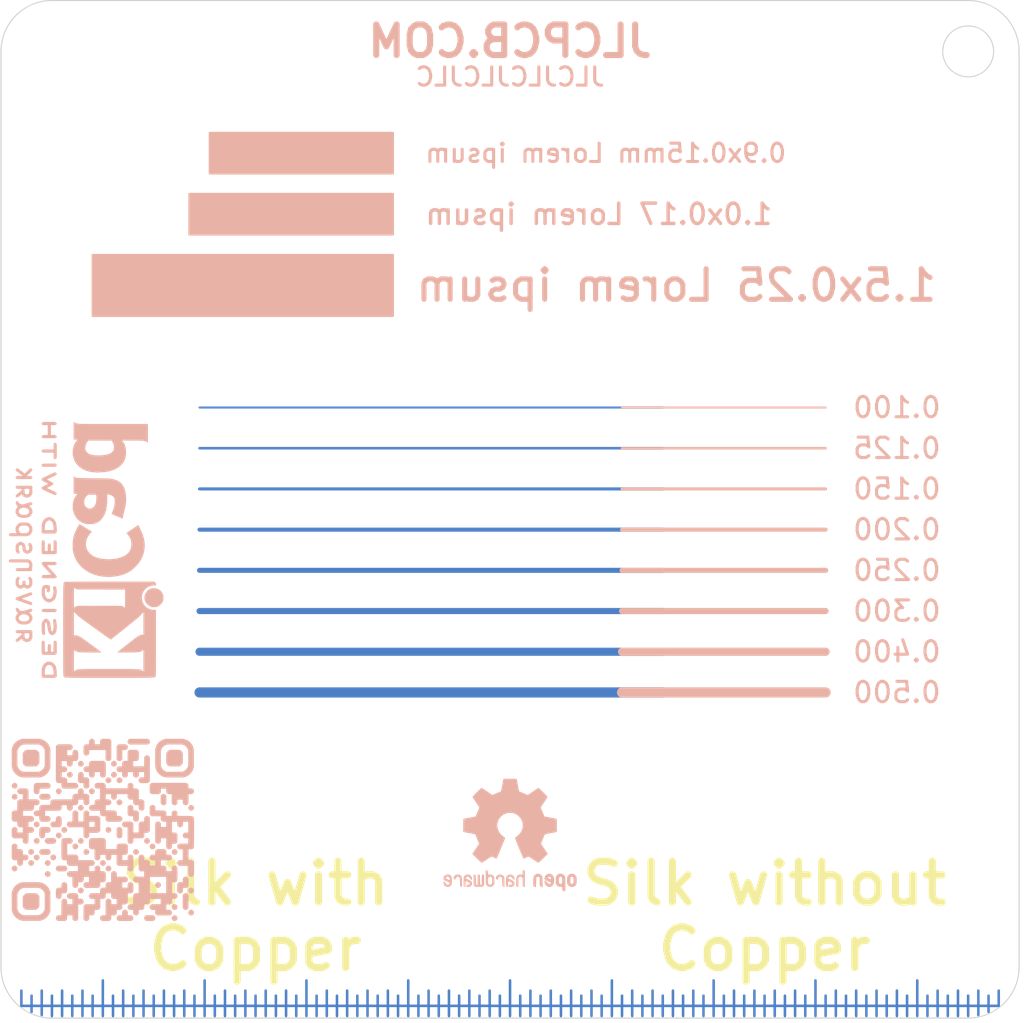
<source format=kicad_pcb>
(kicad_pcb (version 20171130) (host pcbnew "(5.1.10)-1")
  (layers (0 F.Cu signal) (31 B.Cu signal) (34 B.Paste user hide) (35 F.Paste user hide) (36 B.SilkS user) (37 F.SilkS user) (38 B.Mask user) (39 F.Mask user) (44 Edge.Cuts user))
  (net 0 "")
  (module Ravenspark:ColorTest_QR-Code (layer B.Cu) (at 55 90.75 270)
    (fp_text reference G*** hide)
    (fp_text value LOGO hide)
  )
  (module Ravenspark:Ruler_45 (layer B.Cu) (at 100 100 180)
    (fp_text reference REF** hide)
    (fp_text value Ruler_45)
    (fp_line (start 48 0.15) (end 48 1.35) (layer B.Cu) (width 0.125))
    (fp_line (start 49 0.6) (end 49 1.35) (layer B.Cu) (width 0.125))
    (fp_line (start 47 0.1) (end 47 1.35) (layer B.Cu) (width 0.125))
    (fp_line (start 47.5 0.1) (end 47.5 1.1) (layer B.Cu) (width 0.125))
    (fp_line (start 45.5 0.1) (end 45.5 1.1) (layer B.Cu) (width 0.125))
    (fp_line (start 46.5 0.1) (end 46.5 1.1) (layer B.Cu) (width 0.125))
    (fp_line (start 48.5 0.3) (end 48.5 1.1) (layer B.Cu) (width 0.125))
    (fp_line (start 46 0.1) (end 46 1.35) (layer B.Cu) (width 0.125))
    (fp_line (start 1 0.6) (end 49 0.6) (layer B.Cu) (width 0.125))
    (fp_line (start 45 0.1) (end 45 1.85) (layer B.Cu) (width 0.125))
    (fp_line (start 43 0.1) (end 43 1.35) (layer B.Cu) (width 0.125))
    (fp_line (start 42.5 0.1) (end 42.5 1.1) (layer B.Cu) (width 0.125))
    (fp_line (start 42 0.1) (end 42 1.35) (layer B.Cu) (width 0.125))
    (fp_line (start 41.5 0.1) (end 41.5 1.1) (layer B.Cu) (width 0.125))
    (fp_line (start 41 0.1) (end 41 1.35) (layer B.Cu) (width 0.125))
    (fp_line (start 40.5 0.1) (end 40.5 1.1) (layer B.Cu) (width 0.125))
    (fp_line (start 44.5 0.1) (end 44.5 1.1) (layer B.Cu) (width 0.125))
    (fp_line (start 44 0.1) (end 44 1.35) (layer B.Cu) (width 0.125))
    (fp_line (start 43.5 0.1) (end 43.5 1.1) (layer B.Cu) (width 0.125))
    (fp_line (start 39 0.1) (end 39 1.35) (layer B.Cu) (width 0.125))
    (fp_line (start 36 0.1) (end 36 1.35) (layer B.Cu) (width 0.125))
    (fp_line (start 37.5 0.1) (end 37.5 1.1) (layer B.Cu) (width 0.125))
    (fp_line (start 39.5 0.1) (end 39.5 1.1) (layer B.Cu) (width 0.125))
    (fp_line (start 36.5 0.1) (end 36.5 1.1) (layer B.Cu) (width 0.125))
    (fp_line (start 38.5 0.1) (end 38.5 1.1) (layer B.Cu) (width 0.125))
    (fp_line (start 35.5 0.1) (end 35.5 1.1) (layer B.Cu) (width 0.125))
    (fp_line (start 38 0.1) (end 38 1.35) (layer B.Cu) (width 0.125))
    (fp_line (start 37 0.1) (end 37 1.35) (layer B.Cu) (width 0.125))
    (fp_line (start 35 0.1) (end 35 1.85) (layer B.Cu) (width 0.125))
    (fp_line (start 40 0.1) (end 40 1.85) (layer B.Cu) (width 0.125))
    (fp_line (start 33 0.1) (end 33 1.35) (layer B.Cu) (width 0.125))
    (fp_line (start 32.5 0.1) (end 32.5 1.1) (layer B.Cu) (width 0.125))
    (fp_line (start 32 0.1) (end 32 1.35) (layer B.Cu) (width 0.125))
    (fp_line (start 31.5 0.1) (end 31.5 1.1) (layer B.Cu) (width 0.125))
    (fp_line (start 31 0.1) (end 31 1.35) (layer B.Cu) (width 0.125))
    (fp_line (start 30.5 0.1) (end 30.5 1.1) (layer B.Cu) (width 0.125))
    (fp_line (start 34.5 0.1) (end 34.5 1.1) (layer B.Cu) (width 0.125))
    (fp_line (start 34 0.1) (end 34 1.35) (layer B.Cu) (width 0.125))
    (fp_line (start 33.5 0.1) (end 33.5 1.1) (layer B.Cu) (width 0.125))
    (fp_line (start 29 0.1) (end 29 1.35) (layer B.Cu) (width 0.125))
    (fp_line (start 26 0.1) (end 26 1.35) (layer B.Cu) (width 0.125))
    (fp_line (start 27.5 0.1) (end 27.5 1.1) (layer B.Cu) (width 0.125))
    (fp_line (start 29.5 0.1) (end 29.5 1.1) (layer B.Cu) (width 0.125))
    (fp_line (start 26.5 0.1) (end 26.5 1.1) (layer B.Cu) (width 0.125))
    (fp_line (start 28.5 0.1) (end 28.5 1.1) (layer B.Cu) (width 0.125))
    (fp_line (start 25.5 0.1) (end 25.5 1.1) (layer B.Cu) (width 0.125))
    (fp_line (start 28 0.1) (end 28 1.35) (layer B.Cu) (width 0.125))
    (fp_line (start 27 0.1) (end 27 1.35) (layer B.Cu) (width 0.125))
    (fp_line (start 25 0.1) (end 25 1.85) (layer B.Cu) (width 0.125))
    (fp_line (start 30 0.1) (end 30 1.85) (layer B.Cu) (width 0.125))
    (fp_line (start 23 0.1) (end 23 1.35) (layer B.Cu) (width 0.125))
    (fp_line (start 22.5 0.1) (end 22.5 1.1) (layer B.Cu) (width 0.125))
    (fp_line (start 22 0.1) (end 22 1.35) (layer B.Cu) (width 0.125))
    (fp_line (start 21.5 0.1) (end 21.5 1.1) (layer B.Cu) (width 0.125))
    (fp_line (start 21 0.1) (end 21 1.35) (layer B.Cu) (width 0.125))
    (fp_line (start 20.5 0.1) (end 20.5 1.1) (layer B.Cu) (width 0.125))
    (fp_line (start 24.5 0.1) (end 24.5 1.1) (layer B.Cu) (width 0.125))
    (fp_line (start 24 0.1) (end 24 1.35) (layer B.Cu) (width 0.125))
    (fp_line (start 23.5 0.1) (end 23.5 1.1) (layer B.Cu) (width 0.125))
    (fp_line (start 19 0.1) (end 19 1.35) (layer B.Cu) (width 0.125))
    (fp_line (start 16 0.1) (end 16 1.35) (layer B.Cu) (width 0.125))
    (fp_line (start 17.5 0.1) (end 17.5 1.1) (layer B.Cu) (width 0.125))
    (fp_line (start 19.5 0.1) (end 19.5 1.1) (layer B.Cu) (width 0.125))
    (fp_line (start 16.5 0.1) (end 16.5 1.1) (layer B.Cu) (width 0.125))
    (fp_line (start 18.5 0.1) (end 18.5 1.1) (layer B.Cu) (width 0.125))
    (fp_line (start 15.5 0.1) (end 15.5 1.1) (layer B.Cu) (width 0.125))
    (fp_line (start 18 0.1) (end 18 1.35) (layer B.Cu) (width 0.125))
    (fp_line (start 17 0.1) (end 17 1.35) (layer B.Cu) (width 0.125))
    (fp_line (start 15 0.1) (end 15 1.85) (layer B.Cu) (width 0.125))
    (fp_line (start 20 0.1) (end 20 1.85) (layer B.Cu) (width 0.125))
    (fp_line (start 13 0.1) (end 13 1.35) (layer B.Cu) (width 0.125))
    (fp_line (start 12.5 0.1) (end 12.5 1.1) (layer B.Cu) (width 0.125))
    (fp_line (start 12 0.1) (end 12 1.35) (layer B.Cu) (width 0.125))
    (fp_line (start 11.5 0.1) (end 11.5 1.1) (layer B.Cu) (width 0.125))
    (fp_line (start 11 0.1) (end 11 1.35) (layer B.Cu) (width 0.125))
    (fp_line (start 10.5 0.1) (end 10.5 1.1) (layer B.Cu) (width 0.125))
    (fp_line (start 14.5 0.1) (end 14.5 1.1) (layer B.Cu) (width 0.125))
    (fp_line (start 14 0.1) (end 14 1.35) (layer B.Cu) (width 0.125))
    (fp_line (start 13.5 0.1) (end 13.5 1.1) (layer B.Cu) (width 0.125))
    (fp_line (start 10 0.1) (end 10 1.85) (layer B.Cu) (width 0.125))
    (fp_line (start 8 0.1) (end 8 1.35) (layer B.Cu) (width 0.125))
    (fp_line (start 7.5 0.1) (end 7.5 1.1) (layer B.Cu) (width 0.125))
    (fp_line (start 7 0.1) (end 7 1.35) (layer B.Cu) (width 0.125))
    (fp_line (start 6.5 0.1) (end 6.5 1.1) (layer B.Cu) (width 0.125))
    (fp_line (start 6 0.1) (end 6 1.35) (layer B.Cu) (width 0.125))
    (fp_line (start 5.5 0.1) (end 5.5 1.1) (layer B.Cu) (width 0.125))
    (fp_line (start 9.5 0.1) (end 9.5 1.1) (layer B.Cu) (width 0.125))
    (fp_line (start 9 0.1) (end 9 1.35) (layer B.Cu) (width 0.125))
    (fp_line (start 8.5 0.1) (end 8.5 1.1) (layer B.Cu) (width 0.125))
    (fp_line (start 5 0.1) (end 5 1.85) (layer B.Cu) (width 0.125))
    (fp_line (start 4.5 0.1) (end 4.5 1.1) (layer B.Cu) (width 0.125))
    (fp_line (start 4 0.1) (end 4 1.35) (layer B.Cu) (width 0.125))
    (fp_line (start 3.5 0.1) (end 3.5 1.1) (layer B.Cu) (width 0.125))
    (fp_line (start 3 0.1) (end 3 1.35) (layer B.Cu) (width 0.125))
    (fp_line (start 2.5 0.1) (end 2.5 1.1) (layer B.Cu) (width 0.125))
    (fp_line (start 2 0.15) (end 2 1.35) (layer B.Cu) (width 0.125))
    (fp_line (start 1.5 0.3) (end 1.5 1.1) (layer B.Cu) (width 0.125))
    (fp_line (start 1 0.6) (end 1 1.35) (layer B.Cu) (width 0.125))
  )
  (module Symbol:OSHW-Logo2_7.3x6mm_SilkScreen (layer B.Cu) (at 75 91 180)
    (fp_text reference REF** hide)
    (fp_text value OSHW-Logo2_7.3x6mm_SilkScreen hide)
  )
  (module Symbol:KiCad-Logo2_5mm_SilkScreen (layer B.Cu) (at 55 77 90)
    (fp_text reference REF** hide)
    (fp_text value KiCad-Logo2_5mm_SilkScreen hide)
  )
  (gr_text яαvεηsραяκ (at 51.25 77.25 -90) (layer B.SilkS) (effects (font (size 1 1)) (justify mirror)))
  (gr_text 0.100 (at 94 70) (layer B.SilkS) (effects (font (size 1 1)) (justify mirror)))
  (gr_line (start 80.5 70) (end 90.5 70) (layer B.SilkS) (width 0.1))
  (gr_line (start 59.75 70) (end 82.5 70) (layer B.Cu) (width 0.1))
  (gr_line (start 59.75 78) (end 82.5 78) (layer B.Cu) (width 0.25))
  (gr_line (start 59.75 72) (end 82.5 72) (layer B.Cu) (width 0.125))
  (gr_line (start 59.75 74) (end 82.5 74) (layer B.Cu) (width 0.15))
  (gr_line (start 59.75 76) (end 82.5 76) (layer B.Cu) (width 0.2))
  (gr_line (start 59.75 84) (end 82.5 84) (layer B.Cu) (width 0.5))
  (gr_line (start 59.75 80) (end 82.5 80) (layer B.Cu) (width 0.3))
  (gr_line (start 59.75 82) (end 82.5 82) (layer B.Cu) (width 0.4))
  (gr_text 0.500 (at 94 84) (layer B.SilkS) (effects (font (size 1 1)) (justify mirror)))
  (gr_text 0.400 (at 94 82) (layer B.SilkS) (effects (font (size 1 1)) (justify mirror)))
  (gr_text 0.300 (at 94 80) (layer B.SilkS) (effects (font (size 1 1)) (justify mirror)))
  (gr_text 0.250 (at 94 78) (layer B.SilkS) (effects (font (size 1 1)) (justify mirror)))
  (gr_text 0.200 (at 94 76) (layer B.SilkS) (effects (font (size 1 1)) (justify mirror)))
  (gr_text 0.150 (at 94 74) (layer B.SilkS) (effects (font (size 1 1)) (justify mirror)))
  (gr_text 0.125 (at 94 72) (layer B.SilkS) (effects (font (size 1 1)) (justify mirror)))
  (gr_line (start 80.5 84) (end 90.5 84) (layer B.SilkS) (width 0.5))
  (gr_line (start 80.5 82) (end 90.5 82) (layer B.SilkS) (width 0.4))
  (gr_line (start 80.5 80) (end 90.5 80) (layer B.SilkS) (width 0.3))
  (gr_line (start 80.5 78) (end 90.5 78) (layer B.SilkS) (width 0.25))
  (gr_line (start 80.5 76) (end 90.5 76) (layer B.SilkS) (width 0.2))
  (gr_line (start 80.5 74) (end 90.5 74) (layer B.SilkS) (width 0.15))
  (gr_line (start 80.5 72) (end 90.5 72) (layer B.SilkS) (width 0.125))
  (gr_poly (pts (xy 69.25 65.5) (xy 54.5 65.5) (xy 54.5 62.5) (xy 69.25 62.5)) (layer B.SilkS) (width 0.1))
  (gr_poly (pts (xy 69.25 61.5) (xy 59.25 61.5) (xy 59.25 59.5) (xy 69.25 59.5)) (layer B.SilkS) (width 0.1))
  (gr_poly (pts (xy 69.25 58.5) (xy 60.25 58.5) (xy 60.25 56.5) (xy 69.25 56.5)) (layer B.SilkS) (width 0.1))
  (gr_arc (start 97.5 97.5) (end 97.5 100) (angle -90) (layer Edge.Cuts) (width 0.05))
  (gr_arc (start 52.5 97.5) (end 50 97.5) (angle -90) (layer Edge.Cuts) (width 0.05))
  (gr_arc (start 52.5 52.5) (end 52.5 50) (angle -90) (layer Edge.Cuts) (width 0.05))
  (gr_arc (start 97.5 52.5) (end 100 52.5) (angle -90) (layer Edge.Cuts) (width 0.05))
  (gr_text JLCPCB.COM (at 75 52) (layer B.SilkS) (effects (font (size 1.5 1.5) (thickness 0.3)) (justify mirror)))
  (gr_text "1.5x0.25 Lorem ipsum" (at 70.25 64) (layer B.SilkS) (effects (font (size 1.5 1.5) (thickness 0.25)) (justify right mirror)))
  (gr_text "1.0x0.17 Lorem ipsum" (at 70.75 60.5) (layer B.SilkS) (effects (font (size 1 1) (thickness 0.17)) (justify right mirror)))
  (gr_text "0.9x0.15mm Lorem ipsum" (at 70.75 57.5) (layer B.SilkS) (effects (font (size 0.9 0.9)) (justify right mirror)))
  (gr_circle (center 97.5 52.5) (end 98.75 52.5) (layer Edge.Cuts) (width 0.05))
  (gr_text JLCJLCJLCJLC (at 75 53.75) (layer B.SilkS) (effects (font (size 0.9 0.9)) (justify mirror)))
  (gr_text "Silk without\nCopper" (at 87.5 95) (layer F.SilkS) (effects (font (size 2 2) (thickness 0.35))))
  (gr_text "Silk with\nCopper" (at 62.5 95) (layer F.SilkS) (effects (font (size 2 2) (thickness 0.35))))
  (gr_line (start 50 97.5) (end 50 52.5) (layer Edge.Cuts) (width 0.05))
  (gr_line (start 97.5 100) (end 52.5 100) (layer Edge.Cuts) (width 0.05))
  (gr_line (start 100 52.5) (end 100 97.5) (layer Edge.Cuts) (width 0.05))
  (gr_line (start 52.5 50) (end 97.5 50) (layer Edge.Cuts) (width 0.05))
)
</source>
